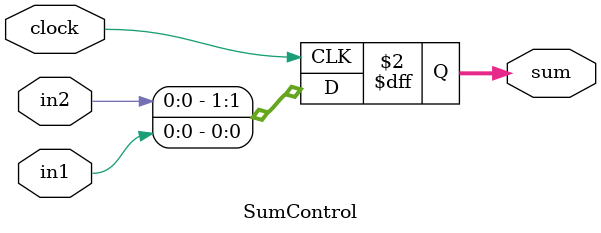
<source format=v>
module SumControl (clock,in1,in2,sum);
input clock;
input in1;
input in2;
output reg [1:0] sum;

always@(posedge clock)
begin

sum[0]<=in1;
sum[1]<=in2;

end
endmodule

</source>
